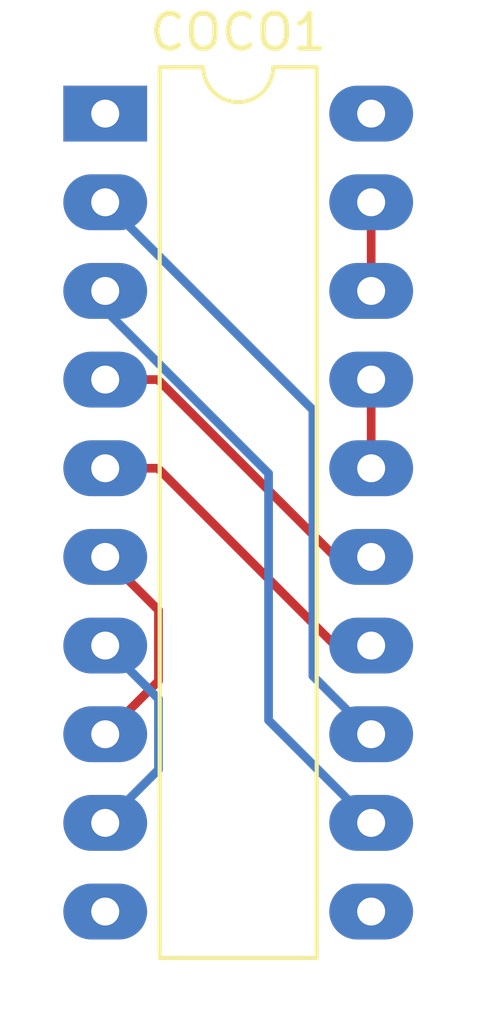
<source format=kicad_pcb>
(kicad_pcb (version 20171130) (host pcbnew "(5.1.9)-1")

  (general
    (thickness 1.6)
    (drawings 4)
    (tracks 21)
    (zones 0)
    (modules 1)
    (nets 13)
  )

  (page A4)
  (layers
    (0 F.Cu signal)
    (31 B.Cu signal)
    (32 B.Adhes user)
    (33 F.Adhes user)
    (34 B.Paste user)
    (35 F.Paste user)
    (36 B.SilkS user)
    (37 F.SilkS user)
    (38 B.Mask user)
    (39 F.Mask user)
    (40 Dwgs.User user)
    (41 Cmts.User user)
    (42 Eco1.User user)
    (43 Eco2.User user)
    (44 Edge.Cuts user)
    (45 Margin user)
    (46 B.CrtYd user)
    (47 F.CrtYd user)
    (48 B.Fab user)
    (49 F.Fab user)
  )

  (setup
    (last_trace_width 0.25)
    (trace_clearance 0.2)
    (zone_clearance 0.508)
    (zone_45_only no)
    (trace_min 0.2)
    (via_size 0.8)
    (via_drill 0.4)
    (via_min_size 0.4)
    (via_min_drill 0.3)
    (uvia_size 0.3)
    (uvia_drill 0.1)
    (uvias_allowed no)
    (uvia_min_size 0.2)
    (uvia_min_drill 0.1)
    (edge_width 0.05)
    (segment_width 0.2)
    (pcb_text_width 0.3)
    (pcb_text_size 1.5 1.5)
    (mod_edge_width 0.12)
    (mod_text_size 1 1)
    (mod_text_width 0.15)
    (pad_size 1.524 1.524)
    (pad_drill 0.762)
    (pad_to_mask_clearance 0)
    (aux_axis_origin 0 0)
    (visible_elements FFFFFF7F)
    (pcbplotparams
      (layerselection 0x010fc_ffffffff)
      (usegerberextensions false)
      (usegerberattributes true)
      (usegerberadvancedattributes true)
      (creategerberjobfile true)
      (excludeedgelayer true)
      (linewidth 0.100000)
      (plotframeref false)
      (viasonmask false)
      (mode 1)
      (useauxorigin false)
      (hpglpennumber 1)
      (hpglpenspeed 20)
      (hpglpendiameter 15.000000)
      (psnegative false)
      (psa4output false)
      (plotreference true)
      (plotvalue true)
      (plotinvisibletext false)
      (padsonsilk false)
      (subtractmaskfromsilk false)
      (outputformat 1)
      (mirror false)
      (drillshape 0)
      (scaleselection 1)
      (outputdirectory "../Gerbers-coco1-plug/"))
  )

  (net 0 "")
  (net 1 "Net-(COCO1-Pad20)")
  (net 2 "Net-(COCO1-Pad10)")
  (net 3 "Net-(COCO1-Pad18)")
  (net 4 "Net-(COCO1-Pad7)")
  (net 5 "Net-(COCO1-Pad6)")
  (net 6 "Net-(COCO1-Pad16)")
  (net 7 "Net-(COCO1-Pad15)")
  (net 8 "Net-(COCO1-Pad14)")
  (net 9 "Net-(COCO1-Pad13)")
  (net 10 "Net-(COCO1-Pad12)")
  (net 11 "Net-(COCO1-Pad11)")
  (net 12 "Net-(COCO1-Pad1)")

  (net_class Default "This is the default net class."
    (clearance 0.2)
    (trace_width 0.25)
    (via_dia 0.8)
    (via_drill 0.4)
    (uvia_dia 0.3)
    (uvia_drill 0.1)
    (add_net "Net-(COCO1-Pad1)")
    (add_net "Net-(COCO1-Pad10)")
    (add_net "Net-(COCO1-Pad11)")
    (add_net "Net-(COCO1-Pad12)")
    (add_net "Net-(COCO1-Pad13)")
    (add_net "Net-(COCO1-Pad14)")
    (add_net "Net-(COCO1-Pad15)")
    (add_net "Net-(COCO1-Pad16)")
    (add_net "Net-(COCO1-Pad18)")
    (add_net "Net-(COCO1-Pad20)")
    (add_net "Net-(COCO1-Pad6)")
    (add_net "Net-(COCO1-Pad7)")
  )

  (module Package_DIP:DIP-20_W7.62mm_LongPads (layer F.Cu) (tedit 5A02E8C5) (tstamp 63334AEC)
    (at 128.67 78.11)
    (descr "20-lead though-hole mounted DIP package, row spacing 7.62 mm (300 mils), LongPads")
    (tags "THT DIP DIL PDIP 2.54mm 7.62mm 300mil LongPads")
    (path /6333A8EF)
    (fp_text reference COCO1 (at 3.81 -2.33) (layer F.SilkS)
      (effects (font (size 1 1) (thickness 0.15)))
    )
    (fp_text value Conn_02x10_Counter_Clockwise (at 3.81 25.19) (layer F.Fab) hide
      (effects (font (size 1 1) (thickness 0.15)))
    )
    (fp_text user %R (at 3.81 11.43) (layer F.Fab)
      (effects (font (size 1 1) (thickness 0.15)))
    )
    (fp_arc (start 3.81 -1.33) (end 2.81 -1.33) (angle -180) (layer F.SilkS) (width 0.12))
    (fp_line (start 1.635 -1.27) (end 6.985 -1.27) (layer F.Fab) (width 0.1))
    (fp_line (start 6.985 -1.27) (end 6.985 24.13) (layer F.Fab) (width 0.1))
    (fp_line (start 6.985 24.13) (end 0.635 24.13) (layer F.Fab) (width 0.1))
    (fp_line (start 0.635 24.13) (end 0.635 -0.27) (layer F.Fab) (width 0.1))
    (fp_line (start 0.635 -0.27) (end 1.635 -1.27) (layer F.Fab) (width 0.1))
    (fp_line (start 2.81 -1.33) (end 1.56 -1.33) (layer F.SilkS) (width 0.12))
    (fp_line (start 1.56 -1.33) (end 1.56 24.19) (layer F.SilkS) (width 0.12))
    (fp_line (start 1.56 24.19) (end 6.06 24.19) (layer F.SilkS) (width 0.12))
    (fp_line (start 6.06 24.19) (end 6.06 -1.33) (layer F.SilkS) (width 0.12))
    (fp_line (start 6.06 -1.33) (end 4.81 -1.33) (layer F.SilkS) (width 0.12))
    (fp_line (start -1.45 -1.55) (end -1.45 24.4) (layer F.CrtYd) (width 0.05))
    (fp_line (start -1.45 24.4) (end 9.1 24.4) (layer F.CrtYd) (width 0.05))
    (fp_line (start 9.1 24.4) (end 9.1 -1.55) (layer F.CrtYd) (width 0.05))
    (fp_line (start 9.1 -1.55) (end -1.45 -1.55) (layer F.CrtYd) (width 0.05))
    (pad 20 thru_hole oval (at 7.62 0) (size 2.4 1.6) (drill 0.8) (layers *.Cu *.Mask)
      (net 1 "Net-(COCO1-Pad20)"))
    (pad 10 thru_hole oval (at 0 22.86) (size 2.4 1.6) (drill 0.8) (layers *.Cu *.Mask)
      (net 2 "Net-(COCO1-Pad10)"))
    (pad 19 thru_hole oval (at 7.62 2.54) (size 2.4 1.6) (drill 0.8) (layers *.Cu *.Mask)
      (net 3 "Net-(COCO1-Pad18)"))
    (pad 9 thru_hole oval (at 0 20.32) (size 2.4 1.6) (drill 0.8) (layers *.Cu *.Mask)
      (net 4 "Net-(COCO1-Pad7)"))
    (pad 18 thru_hole oval (at 7.62 5.08) (size 2.4 1.6) (drill 0.8) (layers *.Cu *.Mask)
      (net 3 "Net-(COCO1-Pad18)"))
    (pad 8 thru_hole oval (at 0 17.78) (size 2.4 1.6) (drill 0.8) (layers *.Cu *.Mask)
      (net 5 "Net-(COCO1-Pad6)"))
    (pad 17 thru_hole oval (at 7.62 7.62) (size 2.4 1.6) (drill 0.8) (layers *.Cu *.Mask)
      (net 6 "Net-(COCO1-Pad16)"))
    (pad 7 thru_hole oval (at 0 15.24) (size 2.4 1.6) (drill 0.8) (layers *.Cu *.Mask)
      (net 4 "Net-(COCO1-Pad7)"))
    (pad 16 thru_hole oval (at 7.62 10.16) (size 2.4 1.6) (drill 0.8) (layers *.Cu *.Mask)
      (net 6 "Net-(COCO1-Pad16)"))
    (pad 6 thru_hole oval (at 0 12.7) (size 2.4 1.6) (drill 0.8) (layers *.Cu *.Mask)
      (net 5 "Net-(COCO1-Pad6)"))
    (pad 15 thru_hole oval (at 7.62 12.7) (size 2.4 1.6) (drill 0.8) (layers *.Cu *.Mask)
      (net 7 "Net-(COCO1-Pad15)"))
    (pad 5 thru_hole oval (at 0 10.16) (size 2.4 1.6) (drill 0.8) (layers *.Cu *.Mask)
      (net 8 "Net-(COCO1-Pad14)"))
    (pad 14 thru_hole oval (at 7.62 15.24) (size 2.4 1.6) (drill 0.8) (layers *.Cu *.Mask)
      (net 8 "Net-(COCO1-Pad14)"))
    (pad 4 thru_hole oval (at 0 7.62) (size 2.4 1.6) (drill 0.8) (layers *.Cu *.Mask)
      (net 7 "Net-(COCO1-Pad15)"))
    (pad 13 thru_hole oval (at 7.62 17.78) (size 2.4 1.6) (drill 0.8) (layers *.Cu *.Mask)
      (net 9 "Net-(COCO1-Pad13)"))
    (pad 3 thru_hole oval (at 0 5.08) (size 2.4 1.6) (drill 0.8) (layers *.Cu *.Mask)
      (net 10 "Net-(COCO1-Pad12)"))
    (pad 12 thru_hole oval (at 7.62 20.32) (size 2.4 1.6) (drill 0.8) (layers *.Cu *.Mask)
      (net 10 "Net-(COCO1-Pad12)"))
    (pad 2 thru_hole oval (at 0 2.54) (size 2.4 1.6) (drill 0.8) (layers *.Cu *.Mask)
      (net 9 "Net-(COCO1-Pad13)"))
    (pad 11 thru_hole oval (at 7.62 22.86) (size 2.4 1.6) (drill 0.8) (layers *.Cu *.Mask)
      (net 11 "Net-(COCO1-Pad11)"))
    (pad 1 thru_hole rect (at 0 0) (size 2.4 1.6) (drill 0.8) (layers *.Cu *.Mask)
      (net 12 "Net-(COCO1-Pad1)"))
    (model ${KISYS3DMOD}/Package_DIP.3dshapes/DIP-20_W7.62mm.wrl
      (at (xyz 0 0 0))
      (scale (xyz 1 1 1))
      (rotate (xyz 0 0 0))
    )
  )

  (gr_line (start 125.73 104.14) (end 125.73 74.93) (layer Dwgs.User) (width 0.15) (tstamp 63334FD4))
  (gr_line (start 139.7 104.14) (end 125.73 104.14) (layer Dwgs.User) (width 0.15))
  (gr_line (start 139.7 74.93) (end 139.7 104.14) (layer Dwgs.User) (width 0.15))
  (gr_line (start 125.73 74.93) (end 139.7 74.93) (layer Dwgs.User) (width 0.15))

  (segment (start 136.29 80.65) (end 136.29 83.19) (width 0.25) (layer F.Cu) (net 3))
  (segment (start 130.19501 94.87501) (end 128.67 93.35) (width 0.25) (layer B.Cu) (net 4))
  (segment (start 130.19501 96.90499) (end 130.19501 94.87501) (width 0.25) (layer B.Cu) (net 4))
  (segment (start 128.67 98.43) (end 130.19501 96.90499) (width 0.25) (layer B.Cu) (net 4))
  (segment (start 130.19501 94.36499) (end 128.67 95.89) (width 0.25) (layer F.Cu) (net 5))
  (segment (start 130.19501 92.33501) (end 130.19501 94.36499) (width 0.25) (layer F.Cu) (net 5))
  (segment (start 128.67 90.81) (end 130.19501 92.33501) (width 0.25) (layer F.Cu) (net 5))
  (segment (start 136.29 85.73) (end 136.29 88.27) (width 0.25) (layer F.Cu) (net 6))
  (segment (start 128.67 85.73) (end 130.18 85.73) (width 0.25) (layer F.Cu) (net 7))
  (segment (start 135.26 90.81) (end 136.29 90.81) (width 0.25) (layer F.Cu) (net 7))
  (segment (start 130.18 85.73) (end 135.26 90.81) (width 0.25) (layer F.Cu) (net 7))
  (segment (start 128.67 88.27) (end 130.18 88.27) (width 0.25) (layer F.Cu) (net 8))
  (segment (start 135.26 93.35) (end 136.29 93.35) (width 0.25) (layer F.Cu) (net 8))
  (segment (start 130.18 88.27) (end 135.26 93.35) (width 0.25) (layer F.Cu) (net 8))
  (segment (start 128.67 80.65) (end 134.62 86.6) (width 0.25) (layer B.Cu) (net 9))
  (segment (start 134.62 94.22) (end 136.29 95.89) (width 0.25) (layer B.Cu) (net 9))
  (segment (start 134.62 86.6) (end 134.62 94.22) (width 0.25) (layer B.Cu) (net 9))
  (segment (start 128.67 83.738996) (end 133.35 88.418996) (width 0.25) (layer B.Cu) (net 10))
  (segment (start 128.67 83.19) (end 128.67 83.738996) (width 0.25) (layer B.Cu) (net 10))
  (segment (start 133.35 95.49) (end 136.29 98.43) (width 0.25) (layer B.Cu) (net 10))
  (segment (start 133.35 88.418996) (end 133.35 95.49) (width 0.25) (layer B.Cu) (net 10))

)

</source>
